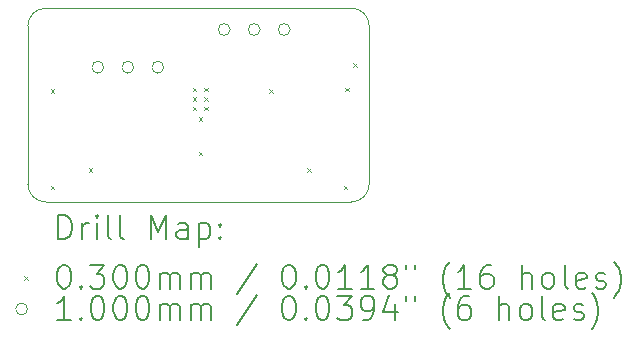
<source format=gbr>
%TF.GenerationSoftware,KiCad,Pcbnew,9.0.2*%
%TF.CreationDate,2025-07-13T18:07:34-04:00*%
%TF.ProjectId,new-pa-test-board,6e65772d-7061-42d7-9465-73742d626f61,rev?*%
%TF.SameCoordinates,Original*%
%TF.FileFunction,Drillmap*%
%TF.FilePolarity,Positive*%
%FSLAX45Y45*%
G04 Gerber Fmt 4.5, Leading zero omitted, Abs format (unit mm)*
G04 Created by KiCad (PCBNEW 9.0.2) date 2025-07-13 18:07:34*
%MOMM*%
%LPD*%
G01*
G04 APERTURE LIST*
%ADD10C,0.050000*%
%ADD11C,0.200000*%
%ADD12C,0.100000*%
G04 APERTURE END LIST*
D10*
X14210000Y-8010000D02*
G75*
G02*
X14360000Y-7860000I150000J0D01*
G01*
X14360000Y-9500000D02*
G75*
G02*
X14210000Y-9350000I0J150000D01*
G01*
X14360000Y-9500000D02*
X16950000Y-9500000D01*
X16950000Y-7860000D02*
X14360000Y-7860000D01*
X16950000Y-7860000D02*
G75*
G02*
X17100000Y-8010000I0J-150000D01*
G01*
X17100000Y-9350000D02*
G75*
G02*
X16950000Y-9500000I-150000J0D01*
G01*
X14210000Y-8010000D02*
X14210000Y-9350000D01*
X17100000Y-9350000D02*
X17100000Y-8010000D01*
D11*
D12*
X14402500Y-8545000D02*
X14432500Y-8575000D01*
X14432500Y-8545000D02*
X14402500Y-8575000D01*
X14402500Y-9365000D02*
X14432500Y-9395000D01*
X14432500Y-9365000D02*
X14402500Y-9395000D01*
X14725000Y-9215000D02*
X14755000Y-9245000D01*
X14755000Y-9215000D02*
X14725000Y-9245000D01*
X15605000Y-8535000D02*
X15635000Y-8565000D01*
X15635000Y-8535000D02*
X15605000Y-8565000D01*
X15605000Y-8615000D02*
X15635000Y-8645000D01*
X15635000Y-8615000D02*
X15605000Y-8645000D01*
X15605000Y-8695000D02*
X15635000Y-8725000D01*
X15635000Y-8695000D02*
X15605000Y-8725000D01*
X15655000Y-8785000D02*
X15685000Y-8815000D01*
X15685000Y-8785000D02*
X15655000Y-8815000D01*
X15655000Y-9075000D02*
X15685000Y-9105000D01*
X15685000Y-9075000D02*
X15655000Y-9105000D01*
X15705000Y-8535000D02*
X15735000Y-8565000D01*
X15735000Y-8535000D02*
X15705000Y-8565000D01*
X15705000Y-8615000D02*
X15735000Y-8645000D01*
X15735000Y-8615000D02*
X15705000Y-8645000D01*
X15705000Y-8695000D02*
X15735000Y-8725000D01*
X15735000Y-8695000D02*
X15705000Y-8725000D01*
X16255000Y-8545000D02*
X16285000Y-8575000D01*
X16285000Y-8545000D02*
X16255000Y-8575000D01*
X16575000Y-9215000D02*
X16605000Y-9245000D01*
X16605000Y-9215000D02*
X16575000Y-9245000D01*
X16885000Y-9365000D02*
X16915000Y-9395000D01*
X16915000Y-9365000D02*
X16885000Y-9395000D01*
X16895000Y-8535000D02*
X16925000Y-8565000D01*
X16925000Y-8535000D02*
X16895000Y-8565000D01*
X16965000Y-8325000D02*
X16995000Y-8355000D01*
X16995000Y-8325000D02*
X16965000Y-8355000D01*
X14852000Y-8360000D02*
G75*
G02*
X14752000Y-8360000I-50000J0D01*
G01*
X14752000Y-8360000D02*
G75*
G02*
X14852000Y-8360000I50000J0D01*
G01*
X15106000Y-8360000D02*
G75*
G02*
X15006000Y-8360000I-50000J0D01*
G01*
X15006000Y-8360000D02*
G75*
G02*
X15106000Y-8360000I50000J0D01*
G01*
X15360000Y-8360000D02*
G75*
G02*
X15260000Y-8360000I-50000J0D01*
G01*
X15260000Y-8360000D02*
G75*
G02*
X15360000Y-8360000I50000J0D01*
G01*
X15922000Y-8040000D02*
G75*
G02*
X15822000Y-8040000I-50000J0D01*
G01*
X15822000Y-8040000D02*
G75*
G02*
X15922000Y-8040000I50000J0D01*
G01*
X16176000Y-8040000D02*
G75*
G02*
X16076000Y-8040000I-50000J0D01*
G01*
X16076000Y-8040000D02*
G75*
G02*
X16176000Y-8040000I50000J0D01*
G01*
X16430000Y-8040000D02*
G75*
G02*
X16330000Y-8040000I-50000J0D01*
G01*
X16330000Y-8040000D02*
G75*
G02*
X16430000Y-8040000I50000J0D01*
G01*
D11*
X14468277Y-9813984D02*
X14468277Y-9613984D01*
X14468277Y-9613984D02*
X14515896Y-9613984D01*
X14515896Y-9613984D02*
X14544467Y-9623508D01*
X14544467Y-9623508D02*
X14563515Y-9642555D01*
X14563515Y-9642555D02*
X14573039Y-9661603D01*
X14573039Y-9661603D02*
X14582562Y-9699698D01*
X14582562Y-9699698D02*
X14582562Y-9728270D01*
X14582562Y-9728270D02*
X14573039Y-9766365D01*
X14573039Y-9766365D02*
X14563515Y-9785412D01*
X14563515Y-9785412D02*
X14544467Y-9804460D01*
X14544467Y-9804460D02*
X14515896Y-9813984D01*
X14515896Y-9813984D02*
X14468277Y-9813984D01*
X14668277Y-9813984D02*
X14668277Y-9680651D01*
X14668277Y-9718746D02*
X14677801Y-9699698D01*
X14677801Y-9699698D02*
X14687324Y-9690174D01*
X14687324Y-9690174D02*
X14706372Y-9680651D01*
X14706372Y-9680651D02*
X14725420Y-9680651D01*
X14792086Y-9813984D02*
X14792086Y-9680651D01*
X14792086Y-9613984D02*
X14782562Y-9623508D01*
X14782562Y-9623508D02*
X14792086Y-9633032D01*
X14792086Y-9633032D02*
X14801610Y-9623508D01*
X14801610Y-9623508D02*
X14792086Y-9613984D01*
X14792086Y-9613984D02*
X14792086Y-9633032D01*
X14915896Y-9813984D02*
X14896848Y-9804460D01*
X14896848Y-9804460D02*
X14887324Y-9785412D01*
X14887324Y-9785412D02*
X14887324Y-9613984D01*
X15020658Y-9813984D02*
X15001610Y-9804460D01*
X15001610Y-9804460D02*
X14992086Y-9785412D01*
X14992086Y-9785412D02*
X14992086Y-9613984D01*
X15249229Y-9813984D02*
X15249229Y-9613984D01*
X15249229Y-9613984D02*
X15315896Y-9756841D01*
X15315896Y-9756841D02*
X15382562Y-9613984D01*
X15382562Y-9613984D02*
X15382562Y-9813984D01*
X15563515Y-9813984D02*
X15563515Y-9709222D01*
X15563515Y-9709222D02*
X15553991Y-9690174D01*
X15553991Y-9690174D02*
X15534943Y-9680651D01*
X15534943Y-9680651D02*
X15496848Y-9680651D01*
X15496848Y-9680651D02*
X15477801Y-9690174D01*
X15563515Y-9804460D02*
X15544467Y-9813984D01*
X15544467Y-9813984D02*
X15496848Y-9813984D01*
X15496848Y-9813984D02*
X15477801Y-9804460D01*
X15477801Y-9804460D02*
X15468277Y-9785412D01*
X15468277Y-9785412D02*
X15468277Y-9766365D01*
X15468277Y-9766365D02*
X15477801Y-9747317D01*
X15477801Y-9747317D02*
X15496848Y-9737793D01*
X15496848Y-9737793D02*
X15544467Y-9737793D01*
X15544467Y-9737793D02*
X15563515Y-9728270D01*
X15658753Y-9680651D02*
X15658753Y-9880651D01*
X15658753Y-9690174D02*
X15677801Y-9680651D01*
X15677801Y-9680651D02*
X15715896Y-9680651D01*
X15715896Y-9680651D02*
X15734943Y-9690174D01*
X15734943Y-9690174D02*
X15744467Y-9699698D01*
X15744467Y-9699698D02*
X15753991Y-9718746D01*
X15753991Y-9718746D02*
X15753991Y-9775889D01*
X15753991Y-9775889D02*
X15744467Y-9794936D01*
X15744467Y-9794936D02*
X15734943Y-9804460D01*
X15734943Y-9804460D02*
X15715896Y-9813984D01*
X15715896Y-9813984D02*
X15677801Y-9813984D01*
X15677801Y-9813984D02*
X15658753Y-9804460D01*
X15839705Y-9794936D02*
X15849229Y-9804460D01*
X15849229Y-9804460D02*
X15839705Y-9813984D01*
X15839705Y-9813984D02*
X15830182Y-9804460D01*
X15830182Y-9804460D02*
X15839705Y-9794936D01*
X15839705Y-9794936D02*
X15839705Y-9813984D01*
X15839705Y-9690174D02*
X15849229Y-9699698D01*
X15849229Y-9699698D02*
X15839705Y-9709222D01*
X15839705Y-9709222D02*
X15830182Y-9699698D01*
X15830182Y-9699698D02*
X15839705Y-9690174D01*
X15839705Y-9690174D02*
X15839705Y-9709222D01*
D12*
X14177500Y-10127500D02*
X14207500Y-10157500D01*
X14207500Y-10127500D02*
X14177500Y-10157500D01*
D11*
X14506372Y-10033984D02*
X14525420Y-10033984D01*
X14525420Y-10033984D02*
X14544467Y-10043508D01*
X14544467Y-10043508D02*
X14553991Y-10053032D01*
X14553991Y-10053032D02*
X14563515Y-10072079D01*
X14563515Y-10072079D02*
X14573039Y-10110174D01*
X14573039Y-10110174D02*
X14573039Y-10157793D01*
X14573039Y-10157793D02*
X14563515Y-10195889D01*
X14563515Y-10195889D02*
X14553991Y-10214936D01*
X14553991Y-10214936D02*
X14544467Y-10224460D01*
X14544467Y-10224460D02*
X14525420Y-10233984D01*
X14525420Y-10233984D02*
X14506372Y-10233984D01*
X14506372Y-10233984D02*
X14487324Y-10224460D01*
X14487324Y-10224460D02*
X14477801Y-10214936D01*
X14477801Y-10214936D02*
X14468277Y-10195889D01*
X14468277Y-10195889D02*
X14458753Y-10157793D01*
X14458753Y-10157793D02*
X14458753Y-10110174D01*
X14458753Y-10110174D02*
X14468277Y-10072079D01*
X14468277Y-10072079D02*
X14477801Y-10053032D01*
X14477801Y-10053032D02*
X14487324Y-10043508D01*
X14487324Y-10043508D02*
X14506372Y-10033984D01*
X14658753Y-10214936D02*
X14668277Y-10224460D01*
X14668277Y-10224460D02*
X14658753Y-10233984D01*
X14658753Y-10233984D02*
X14649229Y-10224460D01*
X14649229Y-10224460D02*
X14658753Y-10214936D01*
X14658753Y-10214936D02*
X14658753Y-10233984D01*
X14734943Y-10033984D02*
X14858753Y-10033984D01*
X14858753Y-10033984D02*
X14792086Y-10110174D01*
X14792086Y-10110174D02*
X14820658Y-10110174D01*
X14820658Y-10110174D02*
X14839705Y-10119698D01*
X14839705Y-10119698D02*
X14849229Y-10129222D01*
X14849229Y-10129222D02*
X14858753Y-10148270D01*
X14858753Y-10148270D02*
X14858753Y-10195889D01*
X14858753Y-10195889D02*
X14849229Y-10214936D01*
X14849229Y-10214936D02*
X14839705Y-10224460D01*
X14839705Y-10224460D02*
X14820658Y-10233984D01*
X14820658Y-10233984D02*
X14763515Y-10233984D01*
X14763515Y-10233984D02*
X14744467Y-10224460D01*
X14744467Y-10224460D02*
X14734943Y-10214936D01*
X14982562Y-10033984D02*
X15001610Y-10033984D01*
X15001610Y-10033984D02*
X15020658Y-10043508D01*
X15020658Y-10043508D02*
X15030182Y-10053032D01*
X15030182Y-10053032D02*
X15039705Y-10072079D01*
X15039705Y-10072079D02*
X15049229Y-10110174D01*
X15049229Y-10110174D02*
X15049229Y-10157793D01*
X15049229Y-10157793D02*
X15039705Y-10195889D01*
X15039705Y-10195889D02*
X15030182Y-10214936D01*
X15030182Y-10214936D02*
X15020658Y-10224460D01*
X15020658Y-10224460D02*
X15001610Y-10233984D01*
X15001610Y-10233984D02*
X14982562Y-10233984D01*
X14982562Y-10233984D02*
X14963515Y-10224460D01*
X14963515Y-10224460D02*
X14953991Y-10214936D01*
X14953991Y-10214936D02*
X14944467Y-10195889D01*
X14944467Y-10195889D02*
X14934943Y-10157793D01*
X14934943Y-10157793D02*
X14934943Y-10110174D01*
X14934943Y-10110174D02*
X14944467Y-10072079D01*
X14944467Y-10072079D02*
X14953991Y-10053032D01*
X14953991Y-10053032D02*
X14963515Y-10043508D01*
X14963515Y-10043508D02*
X14982562Y-10033984D01*
X15173039Y-10033984D02*
X15192086Y-10033984D01*
X15192086Y-10033984D02*
X15211134Y-10043508D01*
X15211134Y-10043508D02*
X15220658Y-10053032D01*
X15220658Y-10053032D02*
X15230182Y-10072079D01*
X15230182Y-10072079D02*
X15239705Y-10110174D01*
X15239705Y-10110174D02*
X15239705Y-10157793D01*
X15239705Y-10157793D02*
X15230182Y-10195889D01*
X15230182Y-10195889D02*
X15220658Y-10214936D01*
X15220658Y-10214936D02*
X15211134Y-10224460D01*
X15211134Y-10224460D02*
X15192086Y-10233984D01*
X15192086Y-10233984D02*
X15173039Y-10233984D01*
X15173039Y-10233984D02*
X15153991Y-10224460D01*
X15153991Y-10224460D02*
X15144467Y-10214936D01*
X15144467Y-10214936D02*
X15134943Y-10195889D01*
X15134943Y-10195889D02*
X15125420Y-10157793D01*
X15125420Y-10157793D02*
X15125420Y-10110174D01*
X15125420Y-10110174D02*
X15134943Y-10072079D01*
X15134943Y-10072079D02*
X15144467Y-10053032D01*
X15144467Y-10053032D02*
X15153991Y-10043508D01*
X15153991Y-10043508D02*
X15173039Y-10033984D01*
X15325420Y-10233984D02*
X15325420Y-10100651D01*
X15325420Y-10119698D02*
X15334943Y-10110174D01*
X15334943Y-10110174D02*
X15353991Y-10100651D01*
X15353991Y-10100651D02*
X15382563Y-10100651D01*
X15382563Y-10100651D02*
X15401610Y-10110174D01*
X15401610Y-10110174D02*
X15411134Y-10129222D01*
X15411134Y-10129222D02*
X15411134Y-10233984D01*
X15411134Y-10129222D02*
X15420658Y-10110174D01*
X15420658Y-10110174D02*
X15439705Y-10100651D01*
X15439705Y-10100651D02*
X15468277Y-10100651D01*
X15468277Y-10100651D02*
X15487324Y-10110174D01*
X15487324Y-10110174D02*
X15496848Y-10129222D01*
X15496848Y-10129222D02*
X15496848Y-10233984D01*
X15592086Y-10233984D02*
X15592086Y-10100651D01*
X15592086Y-10119698D02*
X15601610Y-10110174D01*
X15601610Y-10110174D02*
X15620658Y-10100651D01*
X15620658Y-10100651D02*
X15649229Y-10100651D01*
X15649229Y-10100651D02*
X15668277Y-10110174D01*
X15668277Y-10110174D02*
X15677801Y-10129222D01*
X15677801Y-10129222D02*
X15677801Y-10233984D01*
X15677801Y-10129222D02*
X15687324Y-10110174D01*
X15687324Y-10110174D02*
X15706372Y-10100651D01*
X15706372Y-10100651D02*
X15734943Y-10100651D01*
X15734943Y-10100651D02*
X15753991Y-10110174D01*
X15753991Y-10110174D02*
X15763515Y-10129222D01*
X15763515Y-10129222D02*
X15763515Y-10233984D01*
X16153991Y-10024460D02*
X15982563Y-10281603D01*
X16411134Y-10033984D02*
X16430182Y-10033984D01*
X16430182Y-10033984D02*
X16449229Y-10043508D01*
X16449229Y-10043508D02*
X16458753Y-10053032D01*
X16458753Y-10053032D02*
X16468277Y-10072079D01*
X16468277Y-10072079D02*
X16477801Y-10110174D01*
X16477801Y-10110174D02*
X16477801Y-10157793D01*
X16477801Y-10157793D02*
X16468277Y-10195889D01*
X16468277Y-10195889D02*
X16458753Y-10214936D01*
X16458753Y-10214936D02*
X16449229Y-10224460D01*
X16449229Y-10224460D02*
X16430182Y-10233984D01*
X16430182Y-10233984D02*
X16411134Y-10233984D01*
X16411134Y-10233984D02*
X16392086Y-10224460D01*
X16392086Y-10224460D02*
X16382563Y-10214936D01*
X16382563Y-10214936D02*
X16373039Y-10195889D01*
X16373039Y-10195889D02*
X16363515Y-10157793D01*
X16363515Y-10157793D02*
X16363515Y-10110174D01*
X16363515Y-10110174D02*
X16373039Y-10072079D01*
X16373039Y-10072079D02*
X16382563Y-10053032D01*
X16382563Y-10053032D02*
X16392086Y-10043508D01*
X16392086Y-10043508D02*
X16411134Y-10033984D01*
X16563515Y-10214936D02*
X16573039Y-10224460D01*
X16573039Y-10224460D02*
X16563515Y-10233984D01*
X16563515Y-10233984D02*
X16553991Y-10224460D01*
X16553991Y-10224460D02*
X16563515Y-10214936D01*
X16563515Y-10214936D02*
X16563515Y-10233984D01*
X16696848Y-10033984D02*
X16715896Y-10033984D01*
X16715896Y-10033984D02*
X16734944Y-10043508D01*
X16734944Y-10043508D02*
X16744467Y-10053032D01*
X16744467Y-10053032D02*
X16753991Y-10072079D01*
X16753991Y-10072079D02*
X16763515Y-10110174D01*
X16763515Y-10110174D02*
X16763515Y-10157793D01*
X16763515Y-10157793D02*
X16753991Y-10195889D01*
X16753991Y-10195889D02*
X16744467Y-10214936D01*
X16744467Y-10214936D02*
X16734944Y-10224460D01*
X16734944Y-10224460D02*
X16715896Y-10233984D01*
X16715896Y-10233984D02*
X16696848Y-10233984D01*
X16696848Y-10233984D02*
X16677801Y-10224460D01*
X16677801Y-10224460D02*
X16668277Y-10214936D01*
X16668277Y-10214936D02*
X16658753Y-10195889D01*
X16658753Y-10195889D02*
X16649229Y-10157793D01*
X16649229Y-10157793D02*
X16649229Y-10110174D01*
X16649229Y-10110174D02*
X16658753Y-10072079D01*
X16658753Y-10072079D02*
X16668277Y-10053032D01*
X16668277Y-10053032D02*
X16677801Y-10043508D01*
X16677801Y-10043508D02*
X16696848Y-10033984D01*
X16953991Y-10233984D02*
X16839706Y-10233984D01*
X16896848Y-10233984D02*
X16896848Y-10033984D01*
X16896848Y-10033984D02*
X16877801Y-10062555D01*
X16877801Y-10062555D02*
X16858753Y-10081603D01*
X16858753Y-10081603D02*
X16839706Y-10091127D01*
X17144468Y-10233984D02*
X17030182Y-10233984D01*
X17087325Y-10233984D02*
X17087325Y-10033984D01*
X17087325Y-10033984D02*
X17068277Y-10062555D01*
X17068277Y-10062555D02*
X17049229Y-10081603D01*
X17049229Y-10081603D02*
X17030182Y-10091127D01*
X17258753Y-10119698D02*
X17239706Y-10110174D01*
X17239706Y-10110174D02*
X17230182Y-10100651D01*
X17230182Y-10100651D02*
X17220658Y-10081603D01*
X17220658Y-10081603D02*
X17220658Y-10072079D01*
X17220658Y-10072079D02*
X17230182Y-10053032D01*
X17230182Y-10053032D02*
X17239706Y-10043508D01*
X17239706Y-10043508D02*
X17258753Y-10033984D01*
X17258753Y-10033984D02*
X17296849Y-10033984D01*
X17296849Y-10033984D02*
X17315896Y-10043508D01*
X17315896Y-10043508D02*
X17325420Y-10053032D01*
X17325420Y-10053032D02*
X17334944Y-10072079D01*
X17334944Y-10072079D02*
X17334944Y-10081603D01*
X17334944Y-10081603D02*
X17325420Y-10100651D01*
X17325420Y-10100651D02*
X17315896Y-10110174D01*
X17315896Y-10110174D02*
X17296849Y-10119698D01*
X17296849Y-10119698D02*
X17258753Y-10119698D01*
X17258753Y-10119698D02*
X17239706Y-10129222D01*
X17239706Y-10129222D02*
X17230182Y-10138746D01*
X17230182Y-10138746D02*
X17220658Y-10157793D01*
X17220658Y-10157793D02*
X17220658Y-10195889D01*
X17220658Y-10195889D02*
X17230182Y-10214936D01*
X17230182Y-10214936D02*
X17239706Y-10224460D01*
X17239706Y-10224460D02*
X17258753Y-10233984D01*
X17258753Y-10233984D02*
X17296849Y-10233984D01*
X17296849Y-10233984D02*
X17315896Y-10224460D01*
X17315896Y-10224460D02*
X17325420Y-10214936D01*
X17325420Y-10214936D02*
X17334944Y-10195889D01*
X17334944Y-10195889D02*
X17334944Y-10157793D01*
X17334944Y-10157793D02*
X17325420Y-10138746D01*
X17325420Y-10138746D02*
X17315896Y-10129222D01*
X17315896Y-10129222D02*
X17296849Y-10119698D01*
X17411134Y-10033984D02*
X17411134Y-10072079D01*
X17487325Y-10033984D02*
X17487325Y-10072079D01*
X17782563Y-10310174D02*
X17773039Y-10300651D01*
X17773039Y-10300651D02*
X17753991Y-10272079D01*
X17753991Y-10272079D02*
X17744468Y-10253032D01*
X17744468Y-10253032D02*
X17734944Y-10224460D01*
X17734944Y-10224460D02*
X17725420Y-10176841D01*
X17725420Y-10176841D02*
X17725420Y-10138746D01*
X17725420Y-10138746D02*
X17734944Y-10091127D01*
X17734944Y-10091127D02*
X17744468Y-10062555D01*
X17744468Y-10062555D02*
X17753991Y-10043508D01*
X17753991Y-10043508D02*
X17773039Y-10014936D01*
X17773039Y-10014936D02*
X17782563Y-10005412D01*
X17963515Y-10233984D02*
X17849230Y-10233984D01*
X17906372Y-10233984D02*
X17906372Y-10033984D01*
X17906372Y-10033984D02*
X17887325Y-10062555D01*
X17887325Y-10062555D02*
X17868277Y-10081603D01*
X17868277Y-10081603D02*
X17849230Y-10091127D01*
X18134944Y-10033984D02*
X18096849Y-10033984D01*
X18096849Y-10033984D02*
X18077801Y-10043508D01*
X18077801Y-10043508D02*
X18068277Y-10053032D01*
X18068277Y-10053032D02*
X18049230Y-10081603D01*
X18049230Y-10081603D02*
X18039706Y-10119698D01*
X18039706Y-10119698D02*
X18039706Y-10195889D01*
X18039706Y-10195889D02*
X18049230Y-10214936D01*
X18049230Y-10214936D02*
X18058753Y-10224460D01*
X18058753Y-10224460D02*
X18077801Y-10233984D01*
X18077801Y-10233984D02*
X18115896Y-10233984D01*
X18115896Y-10233984D02*
X18134944Y-10224460D01*
X18134944Y-10224460D02*
X18144468Y-10214936D01*
X18144468Y-10214936D02*
X18153991Y-10195889D01*
X18153991Y-10195889D02*
X18153991Y-10148270D01*
X18153991Y-10148270D02*
X18144468Y-10129222D01*
X18144468Y-10129222D02*
X18134944Y-10119698D01*
X18134944Y-10119698D02*
X18115896Y-10110174D01*
X18115896Y-10110174D02*
X18077801Y-10110174D01*
X18077801Y-10110174D02*
X18058753Y-10119698D01*
X18058753Y-10119698D02*
X18049230Y-10129222D01*
X18049230Y-10129222D02*
X18039706Y-10148270D01*
X18392087Y-10233984D02*
X18392087Y-10033984D01*
X18477801Y-10233984D02*
X18477801Y-10129222D01*
X18477801Y-10129222D02*
X18468277Y-10110174D01*
X18468277Y-10110174D02*
X18449230Y-10100651D01*
X18449230Y-10100651D02*
X18420658Y-10100651D01*
X18420658Y-10100651D02*
X18401611Y-10110174D01*
X18401611Y-10110174D02*
X18392087Y-10119698D01*
X18601611Y-10233984D02*
X18582563Y-10224460D01*
X18582563Y-10224460D02*
X18573039Y-10214936D01*
X18573039Y-10214936D02*
X18563515Y-10195889D01*
X18563515Y-10195889D02*
X18563515Y-10138746D01*
X18563515Y-10138746D02*
X18573039Y-10119698D01*
X18573039Y-10119698D02*
X18582563Y-10110174D01*
X18582563Y-10110174D02*
X18601611Y-10100651D01*
X18601611Y-10100651D02*
X18630182Y-10100651D01*
X18630182Y-10100651D02*
X18649230Y-10110174D01*
X18649230Y-10110174D02*
X18658753Y-10119698D01*
X18658753Y-10119698D02*
X18668277Y-10138746D01*
X18668277Y-10138746D02*
X18668277Y-10195889D01*
X18668277Y-10195889D02*
X18658753Y-10214936D01*
X18658753Y-10214936D02*
X18649230Y-10224460D01*
X18649230Y-10224460D02*
X18630182Y-10233984D01*
X18630182Y-10233984D02*
X18601611Y-10233984D01*
X18782563Y-10233984D02*
X18763515Y-10224460D01*
X18763515Y-10224460D02*
X18753992Y-10205412D01*
X18753992Y-10205412D02*
X18753992Y-10033984D01*
X18934944Y-10224460D02*
X18915896Y-10233984D01*
X18915896Y-10233984D02*
X18877801Y-10233984D01*
X18877801Y-10233984D02*
X18858753Y-10224460D01*
X18858753Y-10224460D02*
X18849230Y-10205412D01*
X18849230Y-10205412D02*
X18849230Y-10129222D01*
X18849230Y-10129222D02*
X18858753Y-10110174D01*
X18858753Y-10110174D02*
X18877801Y-10100651D01*
X18877801Y-10100651D02*
X18915896Y-10100651D01*
X18915896Y-10100651D02*
X18934944Y-10110174D01*
X18934944Y-10110174D02*
X18944468Y-10129222D01*
X18944468Y-10129222D02*
X18944468Y-10148270D01*
X18944468Y-10148270D02*
X18849230Y-10167317D01*
X19020658Y-10224460D02*
X19039706Y-10233984D01*
X19039706Y-10233984D02*
X19077801Y-10233984D01*
X19077801Y-10233984D02*
X19096849Y-10224460D01*
X19096849Y-10224460D02*
X19106373Y-10205412D01*
X19106373Y-10205412D02*
X19106373Y-10195889D01*
X19106373Y-10195889D02*
X19096849Y-10176841D01*
X19096849Y-10176841D02*
X19077801Y-10167317D01*
X19077801Y-10167317D02*
X19049230Y-10167317D01*
X19049230Y-10167317D02*
X19030182Y-10157793D01*
X19030182Y-10157793D02*
X19020658Y-10138746D01*
X19020658Y-10138746D02*
X19020658Y-10129222D01*
X19020658Y-10129222D02*
X19030182Y-10110174D01*
X19030182Y-10110174D02*
X19049230Y-10100651D01*
X19049230Y-10100651D02*
X19077801Y-10100651D01*
X19077801Y-10100651D02*
X19096849Y-10110174D01*
X19173039Y-10310174D02*
X19182563Y-10300651D01*
X19182563Y-10300651D02*
X19201611Y-10272079D01*
X19201611Y-10272079D02*
X19211134Y-10253032D01*
X19211134Y-10253032D02*
X19220658Y-10224460D01*
X19220658Y-10224460D02*
X19230182Y-10176841D01*
X19230182Y-10176841D02*
X19230182Y-10138746D01*
X19230182Y-10138746D02*
X19220658Y-10091127D01*
X19220658Y-10091127D02*
X19211134Y-10062555D01*
X19211134Y-10062555D02*
X19201611Y-10043508D01*
X19201611Y-10043508D02*
X19182563Y-10014936D01*
X19182563Y-10014936D02*
X19173039Y-10005412D01*
D12*
X14207500Y-10406500D02*
G75*
G02*
X14107500Y-10406500I-50000J0D01*
G01*
X14107500Y-10406500D02*
G75*
G02*
X14207500Y-10406500I50000J0D01*
G01*
D11*
X14573039Y-10497984D02*
X14458753Y-10497984D01*
X14515896Y-10497984D02*
X14515896Y-10297984D01*
X14515896Y-10297984D02*
X14496848Y-10326555D01*
X14496848Y-10326555D02*
X14477801Y-10345603D01*
X14477801Y-10345603D02*
X14458753Y-10355127D01*
X14658753Y-10478936D02*
X14668277Y-10488460D01*
X14668277Y-10488460D02*
X14658753Y-10497984D01*
X14658753Y-10497984D02*
X14649229Y-10488460D01*
X14649229Y-10488460D02*
X14658753Y-10478936D01*
X14658753Y-10478936D02*
X14658753Y-10497984D01*
X14792086Y-10297984D02*
X14811134Y-10297984D01*
X14811134Y-10297984D02*
X14830182Y-10307508D01*
X14830182Y-10307508D02*
X14839705Y-10317032D01*
X14839705Y-10317032D02*
X14849229Y-10336079D01*
X14849229Y-10336079D02*
X14858753Y-10374174D01*
X14858753Y-10374174D02*
X14858753Y-10421793D01*
X14858753Y-10421793D02*
X14849229Y-10459889D01*
X14849229Y-10459889D02*
X14839705Y-10478936D01*
X14839705Y-10478936D02*
X14830182Y-10488460D01*
X14830182Y-10488460D02*
X14811134Y-10497984D01*
X14811134Y-10497984D02*
X14792086Y-10497984D01*
X14792086Y-10497984D02*
X14773039Y-10488460D01*
X14773039Y-10488460D02*
X14763515Y-10478936D01*
X14763515Y-10478936D02*
X14753991Y-10459889D01*
X14753991Y-10459889D02*
X14744467Y-10421793D01*
X14744467Y-10421793D02*
X14744467Y-10374174D01*
X14744467Y-10374174D02*
X14753991Y-10336079D01*
X14753991Y-10336079D02*
X14763515Y-10317032D01*
X14763515Y-10317032D02*
X14773039Y-10307508D01*
X14773039Y-10307508D02*
X14792086Y-10297984D01*
X14982562Y-10297984D02*
X15001610Y-10297984D01*
X15001610Y-10297984D02*
X15020658Y-10307508D01*
X15020658Y-10307508D02*
X15030182Y-10317032D01*
X15030182Y-10317032D02*
X15039705Y-10336079D01*
X15039705Y-10336079D02*
X15049229Y-10374174D01*
X15049229Y-10374174D02*
X15049229Y-10421793D01*
X15049229Y-10421793D02*
X15039705Y-10459889D01*
X15039705Y-10459889D02*
X15030182Y-10478936D01*
X15030182Y-10478936D02*
X15020658Y-10488460D01*
X15020658Y-10488460D02*
X15001610Y-10497984D01*
X15001610Y-10497984D02*
X14982562Y-10497984D01*
X14982562Y-10497984D02*
X14963515Y-10488460D01*
X14963515Y-10488460D02*
X14953991Y-10478936D01*
X14953991Y-10478936D02*
X14944467Y-10459889D01*
X14944467Y-10459889D02*
X14934943Y-10421793D01*
X14934943Y-10421793D02*
X14934943Y-10374174D01*
X14934943Y-10374174D02*
X14944467Y-10336079D01*
X14944467Y-10336079D02*
X14953991Y-10317032D01*
X14953991Y-10317032D02*
X14963515Y-10307508D01*
X14963515Y-10307508D02*
X14982562Y-10297984D01*
X15173039Y-10297984D02*
X15192086Y-10297984D01*
X15192086Y-10297984D02*
X15211134Y-10307508D01*
X15211134Y-10307508D02*
X15220658Y-10317032D01*
X15220658Y-10317032D02*
X15230182Y-10336079D01*
X15230182Y-10336079D02*
X15239705Y-10374174D01*
X15239705Y-10374174D02*
X15239705Y-10421793D01*
X15239705Y-10421793D02*
X15230182Y-10459889D01*
X15230182Y-10459889D02*
X15220658Y-10478936D01*
X15220658Y-10478936D02*
X15211134Y-10488460D01*
X15211134Y-10488460D02*
X15192086Y-10497984D01*
X15192086Y-10497984D02*
X15173039Y-10497984D01*
X15173039Y-10497984D02*
X15153991Y-10488460D01*
X15153991Y-10488460D02*
X15144467Y-10478936D01*
X15144467Y-10478936D02*
X15134943Y-10459889D01*
X15134943Y-10459889D02*
X15125420Y-10421793D01*
X15125420Y-10421793D02*
X15125420Y-10374174D01*
X15125420Y-10374174D02*
X15134943Y-10336079D01*
X15134943Y-10336079D02*
X15144467Y-10317032D01*
X15144467Y-10317032D02*
X15153991Y-10307508D01*
X15153991Y-10307508D02*
X15173039Y-10297984D01*
X15325420Y-10497984D02*
X15325420Y-10364651D01*
X15325420Y-10383698D02*
X15334943Y-10374174D01*
X15334943Y-10374174D02*
X15353991Y-10364651D01*
X15353991Y-10364651D02*
X15382563Y-10364651D01*
X15382563Y-10364651D02*
X15401610Y-10374174D01*
X15401610Y-10374174D02*
X15411134Y-10393222D01*
X15411134Y-10393222D02*
X15411134Y-10497984D01*
X15411134Y-10393222D02*
X15420658Y-10374174D01*
X15420658Y-10374174D02*
X15439705Y-10364651D01*
X15439705Y-10364651D02*
X15468277Y-10364651D01*
X15468277Y-10364651D02*
X15487324Y-10374174D01*
X15487324Y-10374174D02*
X15496848Y-10393222D01*
X15496848Y-10393222D02*
X15496848Y-10497984D01*
X15592086Y-10497984D02*
X15592086Y-10364651D01*
X15592086Y-10383698D02*
X15601610Y-10374174D01*
X15601610Y-10374174D02*
X15620658Y-10364651D01*
X15620658Y-10364651D02*
X15649229Y-10364651D01*
X15649229Y-10364651D02*
X15668277Y-10374174D01*
X15668277Y-10374174D02*
X15677801Y-10393222D01*
X15677801Y-10393222D02*
X15677801Y-10497984D01*
X15677801Y-10393222D02*
X15687324Y-10374174D01*
X15687324Y-10374174D02*
X15706372Y-10364651D01*
X15706372Y-10364651D02*
X15734943Y-10364651D01*
X15734943Y-10364651D02*
X15753991Y-10374174D01*
X15753991Y-10374174D02*
X15763515Y-10393222D01*
X15763515Y-10393222D02*
X15763515Y-10497984D01*
X16153991Y-10288460D02*
X15982563Y-10545603D01*
X16411134Y-10297984D02*
X16430182Y-10297984D01*
X16430182Y-10297984D02*
X16449229Y-10307508D01*
X16449229Y-10307508D02*
X16458753Y-10317032D01*
X16458753Y-10317032D02*
X16468277Y-10336079D01*
X16468277Y-10336079D02*
X16477801Y-10374174D01*
X16477801Y-10374174D02*
X16477801Y-10421793D01*
X16477801Y-10421793D02*
X16468277Y-10459889D01*
X16468277Y-10459889D02*
X16458753Y-10478936D01*
X16458753Y-10478936D02*
X16449229Y-10488460D01*
X16449229Y-10488460D02*
X16430182Y-10497984D01*
X16430182Y-10497984D02*
X16411134Y-10497984D01*
X16411134Y-10497984D02*
X16392086Y-10488460D01*
X16392086Y-10488460D02*
X16382563Y-10478936D01*
X16382563Y-10478936D02*
X16373039Y-10459889D01*
X16373039Y-10459889D02*
X16363515Y-10421793D01*
X16363515Y-10421793D02*
X16363515Y-10374174D01*
X16363515Y-10374174D02*
X16373039Y-10336079D01*
X16373039Y-10336079D02*
X16382563Y-10317032D01*
X16382563Y-10317032D02*
X16392086Y-10307508D01*
X16392086Y-10307508D02*
X16411134Y-10297984D01*
X16563515Y-10478936D02*
X16573039Y-10488460D01*
X16573039Y-10488460D02*
X16563515Y-10497984D01*
X16563515Y-10497984D02*
X16553991Y-10488460D01*
X16553991Y-10488460D02*
X16563515Y-10478936D01*
X16563515Y-10478936D02*
X16563515Y-10497984D01*
X16696848Y-10297984D02*
X16715896Y-10297984D01*
X16715896Y-10297984D02*
X16734944Y-10307508D01*
X16734944Y-10307508D02*
X16744467Y-10317032D01*
X16744467Y-10317032D02*
X16753991Y-10336079D01*
X16753991Y-10336079D02*
X16763515Y-10374174D01*
X16763515Y-10374174D02*
X16763515Y-10421793D01*
X16763515Y-10421793D02*
X16753991Y-10459889D01*
X16753991Y-10459889D02*
X16744467Y-10478936D01*
X16744467Y-10478936D02*
X16734944Y-10488460D01*
X16734944Y-10488460D02*
X16715896Y-10497984D01*
X16715896Y-10497984D02*
X16696848Y-10497984D01*
X16696848Y-10497984D02*
X16677801Y-10488460D01*
X16677801Y-10488460D02*
X16668277Y-10478936D01*
X16668277Y-10478936D02*
X16658753Y-10459889D01*
X16658753Y-10459889D02*
X16649229Y-10421793D01*
X16649229Y-10421793D02*
X16649229Y-10374174D01*
X16649229Y-10374174D02*
X16658753Y-10336079D01*
X16658753Y-10336079D02*
X16668277Y-10317032D01*
X16668277Y-10317032D02*
X16677801Y-10307508D01*
X16677801Y-10307508D02*
X16696848Y-10297984D01*
X16830182Y-10297984D02*
X16953991Y-10297984D01*
X16953991Y-10297984D02*
X16887325Y-10374174D01*
X16887325Y-10374174D02*
X16915896Y-10374174D01*
X16915896Y-10374174D02*
X16934944Y-10383698D01*
X16934944Y-10383698D02*
X16944468Y-10393222D01*
X16944468Y-10393222D02*
X16953991Y-10412270D01*
X16953991Y-10412270D02*
X16953991Y-10459889D01*
X16953991Y-10459889D02*
X16944468Y-10478936D01*
X16944468Y-10478936D02*
X16934944Y-10488460D01*
X16934944Y-10488460D02*
X16915896Y-10497984D01*
X16915896Y-10497984D02*
X16858753Y-10497984D01*
X16858753Y-10497984D02*
X16839706Y-10488460D01*
X16839706Y-10488460D02*
X16830182Y-10478936D01*
X17049229Y-10497984D02*
X17087325Y-10497984D01*
X17087325Y-10497984D02*
X17106372Y-10488460D01*
X17106372Y-10488460D02*
X17115896Y-10478936D01*
X17115896Y-10478936D02*
X17134944Y-10450365D01*
X17134944Y-10450365D02*
X17144468Y-10412270D01*
X17144468Y-10412270D02*
X17144468Y-10336079D01*
X17144468Y-10336079D02*
X17134944Y-10317032D01*
X17134944Y-10317032D02*
X17125420Y-10307508D01*
X17125420Y-10307508D02*
X17106372Y-10297984D01*
X17106372Y-10297984D02*
X17068277Y-10297984D01*
X17068277Y-10297984D02*
X17049229Y-10307508D01*
X17049229Y-10307508D02*
X17039706Y-10317032D01*
X17039706Y-10317032D02*
X17030182Y-10336079D01*
X17030182Y-10336079D02*
X17030182Y-10383698D01*
X17030182Y-10383698D02*
X17039706Y-10402746D01*
X17039706Y-10402746D02*
X17049229Y-10412270D01*
X17049229Y-10412270D02*
X17068277Y-10421793D01*
X17068277Y-10421793D02*
X17106372Y-10421793D01*
X17106372Y-10421793D02*
X17125420Y-10412270D01*
X17125420Y-10412270D02*
X17134944Y-10402746D01*
X17134944Y-10402746D02*
X17144468Y-10383698D01*
X17315896Y-10364651D02*
X17315896Y-10497984D01*
X17268277Y-10288460D02*
X17220658Y-10431317D01*
X17220658Y-10431317D02*
X17344468Y-10431317D01*
X17411134Y-10297984D02*
X17411134Y-10336079D01*
X17487325Y-10297984D02*
X17487325Y-10336079D01*
X17782563Y-10574174D02*
X17773039Y-10564651D01*
X17773039Y-10564651D02*
X17753991Y-10536079D01*
X17753991Y-10536079D02*
X17744468Y-10517032D01*
X17744468Y-10517032D02*
X17734944Y-10488460D01*
X17734944Y-10488460D02*
X17725420Y-10440841D01*
X17725420Y-10440841D02*
X17725420Y-10402746D01*
X17725420Y-10402746D02*
X17734944Y-10355127D01*
X17734944Y-10355127D02*
X17744468Y-10326555D01*
X17744468Y-10326555D02*
X17753991Y-10307508D01*
X17753991Y-10307508D02*
X17773039Y-10278936D01*
X17773039Y-10278936D02*
X17782563Y-10269412D01*
X17944468Y-10297984D02*
X17906372Y-10297984D01*
X17906372Y-10297984D02*
X17887325Y-10307508D01*
X17887325Y-10307508D02*
X17877801Y-10317032D01*
X17877801Y-10317032D02*
X17858753Y-10345603D01*
X17858753Y-10345603D02*
X17849230Y-10383698D01*
X17849230Y-10383698D02*
X17849230Y-10459889D01*
X17849230Y-10459889D02*
X17858753Y-10478936D01*
X17858753Y-10478936D02*
X17868277Y-10488460D01*
X17868277Y-10488460D02*
X17887325Y-10497984D01*
X17887325Y-10497984D02*
X17925420Y-10497984D01*
X17925420Y-10497984D02*
X17944468Y-10488460D01*
X17944468Y-10488460D02*
X17953991Y-10478936D01*
X17953991Y-10478936D02*
X17963515Y-10459889D01*
X17963515Y-10459889D02*
X17963515Y-10412270D01*
X17963515Y-10412270D02*
X17953991Y-10393222D01*
X17953991Y-10393222D02*
X17944468Y-10383698D01*
X17944468Y-10383698D02*
X17925420Y-10374174D01*
X17925420Y-10374174D02*
X17887325Y-10374174D01*
X17887325Y-10374174D02*
X17868277Y-10383698D01*
X17868277Y-10383698D02*
X17858753Y-10393222D01*
X17858753Y-10393222D02*
X17849230Y-10412270D01*
X18201611Y-10497984D02*
X18201611Y-10297984D01*
X18287325Y-10497984D02*
X18287325Y-10393222D01*
X18287325Y-10393222D02*
X18277801Y-10374174D01*
X18277801Y-10374174D02*
X18258753Y-10364651D01*
X18258753Y-10364651D02*
X18230182Y-10364651D01*
X18230182Y-10364651D02*
X18211134Y-10374174D01*
X18211134Y-10374174D02*
X18201611Y-10383698D01*
X18411134Y-10497984D02*
X18392087Y-10488460D01*
X18392087Y-10488460D02*
X18382563Y-10478936D01*
X18382563Y-10478936D02*
X18373039Y-10459889D01*
X18373039Y-10459889D02*
X18373039Y-10402746D01*
X18373039Y-10402746D02*
X18382563Y-10383698D01*
X18382563Y-10383698D02*
X18392087Y-10374174D01*
X18392087Y-10374174D02*
X18411134Y-10364651D01*
X18411134Y-10364651D02*
X18439706Y-10364651D01*
X18439706Y-10364651D02*
X18458753Y-10374174D01*
X18458753Y-10374174D02*
X18468277Y-10383698D01*
X18468277Y-10383698D02*
X18477801Y-10402746D01*
X18477801Y-10402746D02*
X18477801Y-10459889D01*
X18477801Y-10459889D02*
X18468277Y-10478936D01*
X18468277Y-10478936D02*
X18458753Y-10488460D01*
X18458753Y-10488460D02*
X18439706Y-10497984D01*
X18439706Y-10497984D02*
X18411134Y-10497984D01*
X18592087Y-10497984D02*
X18573039Y-10488460D01*
X18573039Y-10488460D02*
X18563515Y-10469412D01*
X18563515Y-10469412D02*
X18563515Y-10297984D01*
X18744468Y-10488460D02*
X18725420Y-10497984D01*
X18725420Y-10497984D02*
X18687325Y-10497984D01*
X18687325Y-10497984D02*
X18668277Y-10488460D01*
X18668277Y-10488460D02*
X18658753Y-10469412D01*
X18658753Y-10469412D02*
X18658753Y-10393222D01*
X18658753Y-10393222D02*
X18668277Y-10374174D01*
X18668277Y-10374174D02*
X18687325Y-10364651D01*
X18687325Y-10364651D02*
X18725420Y-10364651D01*
X18725420Y-10364651D02*
X18744468Y-10374174D01*
X18744468Y-10374174D02*
X18753992Y-10393222D01*
X18753992Y-10393222D02*
X18753992Y-10412270D01*
X18753992Y-10412270D02*
X18658753Y-10431317D01*
X18830182Y-10488460D02*
X18849230Y-10497984D01*
X18849230Y-10497984D02*
X18887325Y-10497984D01*
X18887325Y-10497984D02*
X18906373Y-10488460D01*
X18906373Y-10488460D02*
X18915896Y-10469412D01*
X18915896Y-10469412D02*
X18915896Y-10459889D01*
X18915896Y-10459889D02*
X18906373Y-10440841D01*
X18906373Y-10440841D02*
X18887325Y-10431317D01*
X18887325Y-10431317D02*
X18858753Y-10431317D01*
X18858753Y-10431317D02*
X18839706Y-10421793D01*
X18839706Y-10421793D02*
X18830182Y-10402746D01*
X18830182Y-10402746D02*
X18830182Y-10393222D01*
X18830182Y-10393222D02*
X18839706Y-10374174D01*
X18839706Y-10374174D02*
X18858753Y-10364651D01*
X18858753Y-10364651D02*
X18887325Y-10364651D01*
X18887325Y-10364651D02*
X18906373Y-10374174D01*
X18982563Y-10574174D02*
X18992087Y-10564651D01*
X18992087Y-10564651D02*
X19011134Y-10536079D01*
X19011134Y-10536079D02*
X19020658Y-10517032D01*
X19020658Y-10517032D02*
X19030182Y-10488460D01*
X19030182Y-10488460D02*
X19039706Y-10440841D01*
X19039706Y-10440841D02*
X19039706Y-10402746D01*
X19039706Y-10402746D02*
X19030182Y-10355127D01*
X19030182Y-10355127D02*
X19020658Y-10326555D01*
X19020658Y-10326555D02*
X19011134Y-10307508D01*
X19011134Y-10307508D02*
X18992087Y-10278936D01*
X18992087Y-10278936D02*
X18982563Y-10269412D01*
M02*

</source>
